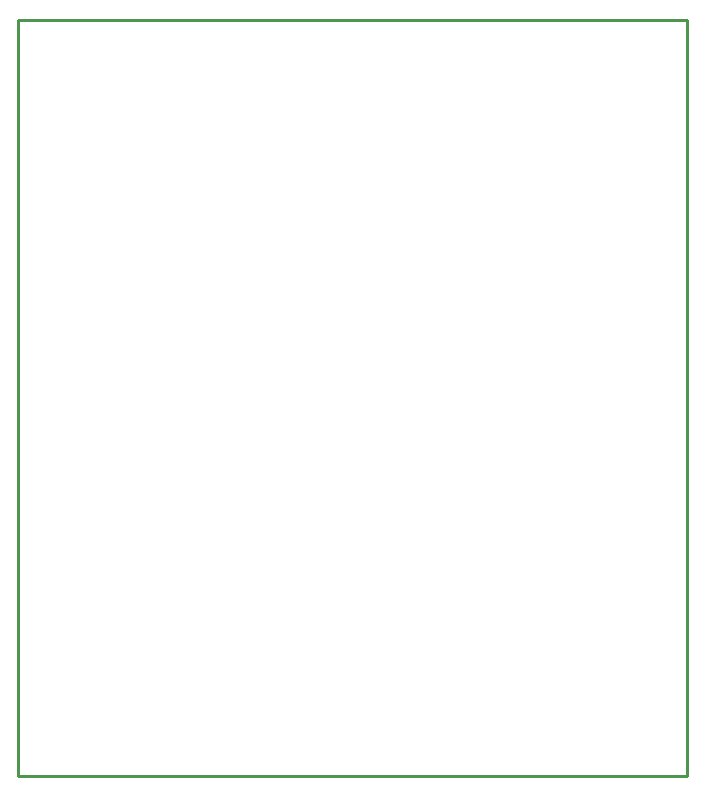
<source format=gbr>
G04 EAGLE Gerber X2 export*
%TF.Part,Single*%
%TF.FileFunction,Profile,NP*%
%TF.FilePolarity,Positive*%
%TF.GenerationSoftware,Autodesk,EAGLE,9.1.3*%
%TF.CreationDate,2018-12-14T10:31:57Z*%
G75*
%MOMM*%
%FSLAX34Y34*%
%LPD*%
%AMOC8*
5,1,8,0,0,1.08239X$1,22.5*%
G01*
%ADD10C,0.254000*%


D10*
X-10160Y50800D02*
X556060Y50800D01*
X556060Y690120D01*
X-10160Y690120D01*
X-10160Y50800D01*
M02*

</source>
